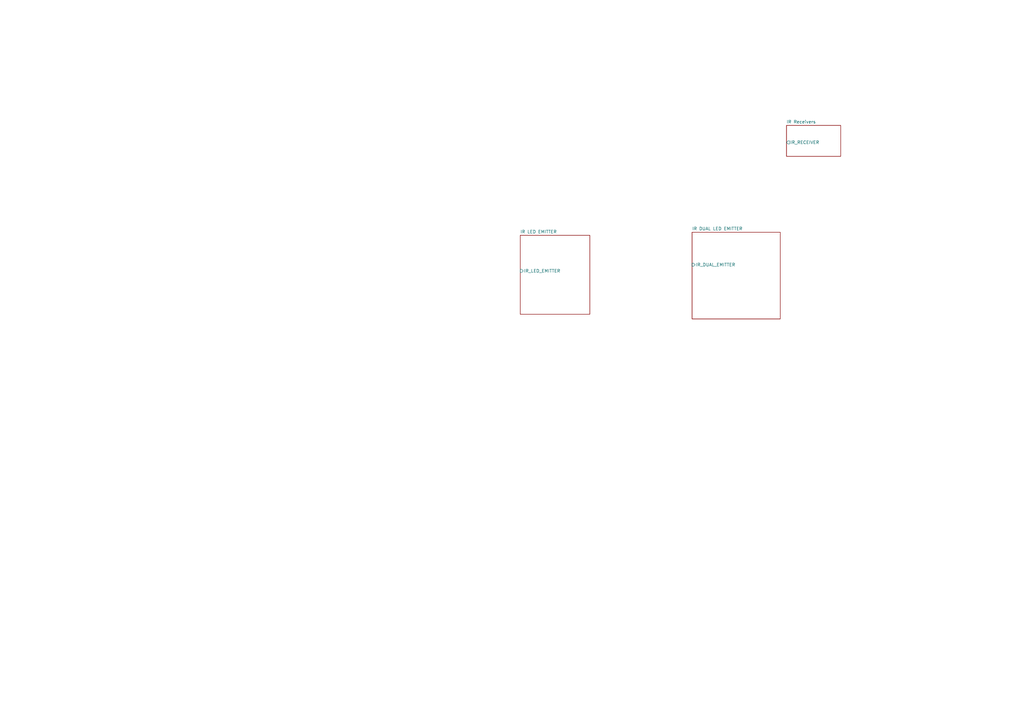
<source format=kicad_sch>
(kicad_sch
	(version 20250114)
	(generator "eeschema")
	(generator_version "9.0")
	(uuid "0463db6b-f295-46d3-837b-a27409affe0a")
	(paper "A3")
	(title_block
		(title "Rabosa_Bot")
		(rev "1.0")
		(company "XorvaLabs")
	)
	(lib_symbols)
	(sheet
		(at 213.36 96.52)
		(size 28.575 32.385)
		(exclude_from_sim no)
		(in_bom yes)
		(on_board yes)
		(dnp no)
		(fields_autoplaced yes)
		(stroke
			(width 0.1524)
			(type solid)
		)
		(fill
			(color 0 0 0 0.0000)
		)
		(uuid "8f80c05c-acc3-4299-82f7-8f8855a29c0c")
		(property "Sheetname" "IR LED EMITTER"
			(at 213.36 95.8084 0)
			(effects
				(font
					(size 1.27 1.27)
				)
				(justify left bottom)
			)
		)
		(property "Sheetfile" "ir_led_emitter.kicad_sch"
			(at 213.36 129.4896 0)
			(effects
				(font
					(size 1.27 1.27)
				)
				(justify left top)
				(hide yes)
			)
		)
		(pin "IR_LED_EMITTER" input
			(at 213.36 111.125 180)
			(uuid "020b9e41-825c-40ec-96b1-ae68785eec64")
			(effects
				(font
					(size 1.27 1.27)
				)
				(justify left)
			)
		)
		(instances
			(project "Rabosa"
				(path "/13e49f49-407a-475a-af0d-9dd4b4e16751/af160368-4642-4249-b204-185f75de2020"
					(page "18")
				)
			)
		)
	)
	(sheet
		(at 322.58 51.435)
		(size 22.225 12.7)
		(exclude_from_sim no)
		(in_bom yes)
		(on_board yes)
		(dnp no)
		(fields_autoplaced yes)
		(stroke
			(width 0.1524)
			(type solid)
		)
		(fill
			(color 0 0 0 0.0000)
		)
		(uuid "b8598dd5-02b7-4c29-a5f5-e26b639f9043")
		(property "Sheetname" "IR Receivers"
			(at 322.58 50.7234 0)
			(effects
				(font
					(size 1.27 1.27)
				)
				(justify left bottom)
			)
		)
		(property "Sheetfile" "ir_receivers.kicad_sch"
			(at 322.58 64.7196 0)
			(effects
				(font
					(size 1.27 1.27)
				)
				(justify left top)
				(hide yes)
			)
		)
		(pin "IR_RECEIVER" output
			(at 322.58 58.42 180)
			(uuid "e5ae4969-72f1-4a87-9e91-e6f4dcac80fc")
			(effects
				(font
					(size 1.27 1.27)
				)
				(justify left)
			)
		)
		(instances
			(project "Rabosa"
				(path "/13e49f49-407a-475a-af0d-9dd4b4e16751/af160368-4642-4249-b204-185f75de2020"
					(page "5")
				)
			)
		)
	)
	(sheet
		(at 283.845 95.25)
		(size 36.195 35.56)
		(exclude_from_sim no)
		(in_bom yes)
		(on_board yes)
		(dnp no)
		(fields_autoplaced yes)
		(stroke
			(width 0.1524)
			(type solid)
		)
		(fill
			(color 0 0 0 0.0000)
		)
		(uuid "d2d8dd50-6669-4d2e-b252-97c914f8ed2b")
		(property "Sheetname" "IR DUAL LED EMITTER"
			(at 283.845 94.5384 0)
			(effects
				(font
					(size 1.27 1.27)
				)
				(justify left bottom)
			)
		)
		(property "Sheetfile" "ir_dual_led_emitter.kicad_sch"
			(at 283.845 131.3946 0)
			(effects
				(font
					(size 1.27 1.27)
				)
				(justify left top)
				(hide yes)
			)
		)
		(pin "IR_DUAL_EMITTER" input
			(at 283.845 108.585 180)
			(uuid "907138d8-da01-4374-a9bb-cb5762638886")
			(effects
				(font
					(size 1.27 1.27)
				)
				(justify left)
			)
		)
		(instances
			(project "Rabosa"
				(path "/13e49f49-407a-475a-af0d-9dd4b4e16751/af160368-4642-4249-b204-185f75de2020"
					(page "17")
				)
			)
		)
	)
)

</source>
